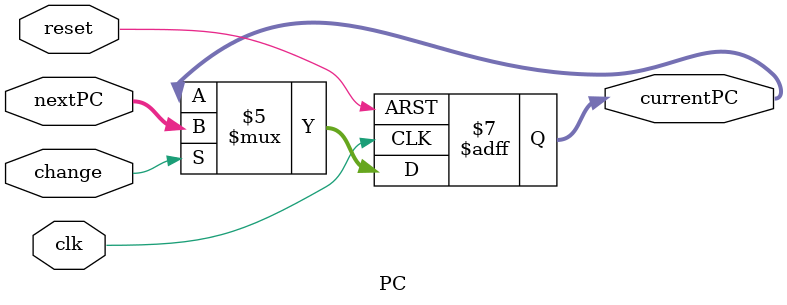
<source format=v>
/*指令地址寄存器*/
`timescale 1ns / 1ps
module PC(
    input clk,                         // 时钟
    input reset,                       // 重置信号
    input change,                      // 更改信号，change=1时标志PC发生更改
    input [15:0] nextPC,               // 下一个PC
    output reg[15:0] currentPC         // 当前PC
    );
//currentPC代表了将要取得的指令的地址
//将这个地址首先初始化为0
initial begin
    currentPC <= 0;
end

always@(posedge clk or posedge reset) begin
    if(reset == 1) begin
        currentPC <= 0;             // 如果接收到Reset信号，将currentPC重置为0
    end
    else begin
        if(change) begin           // 如果接收到change信号，将nextPC赋值给currentPC
            currentPC <= nextPC;
        end
        else begin                  // 如果接收到change信号(即HALT之后)，currentPC不再改变
            currentPC <= currentPC;
        end
    end
end

endmodule

</source>
